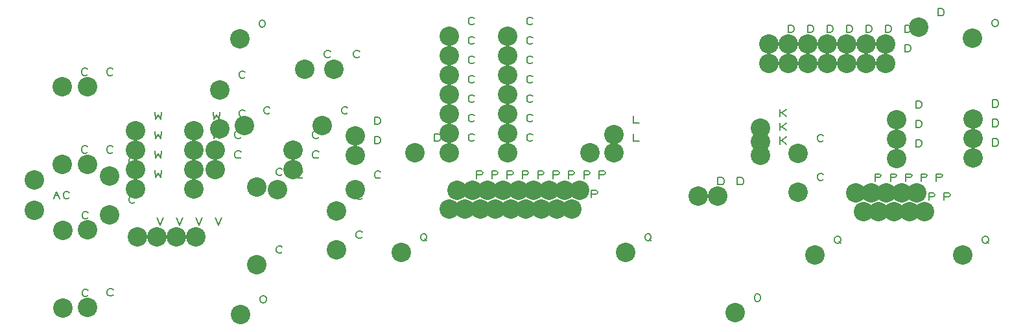
<source format=gbr>
G04 EasyPC Gerber Version 21.0.3 Build 4286 *
G04 #@! TF.Part,Single*
G04 #@! TF.FileFunction,Drillmap *
G04 #@! TF.FilePolarity,Positive *
%FSLAX35Y35*%
%MOIN*%
%ADD17C,0.00500*%
G04 #@! TA.AperFunction,WasherPad*
%ADD16C,0.10000*%
X0Y0D02*
D02*
D16*
X25250Y79896D03*
Y95421D03*
X39620Y103380D03*
Y143380D03*
X39915Y29463D03*
Y69463D03*
X52612Y103380D03*
Y143380D03*
X52809Y29758D03*
Y69758D03*
X64030Y77553D03*
Y97553D03*
X77533Y90900D03*
Y100900D03*
Y110900D03*
Y120900D03*
X78459Y66313D03*
X88459D03*
X98459D03*
X107533Y90900D03*
Y100900D03*
Y110900D03*
Y120900D03*
X108459Y66313D03*
X118537Y100742D03*
Y110978D03*
X120624Y121943D03*
Y141943D03*
X130959Y168163D03*
X131549Y26234D03*
X133400Y123478D03*
X139719Y51805D03*
Y91805D03*
X150329Y90407D03*
X158537Y100742D03*
Y110978D03*
X164522Y152514D03*
X173400Y123478D03*
X179522Y152514D03*
X180860Y59443D03*
Y79443D03*
X190329Y90407D03*
Y108104D03*
Y118104D03*
X214030Y58222D03*
X221116Y109600D03*
X238557D03*
Y119600D03*
Y129600D03*
Y139600D03*
Y149600D03*
Y159600D03*
Y169600D03*
X238833Y80467D03*
X242770Y90309D03*
X246707Y80467D03*
X250644Y90309D03*
X254581Y80467D03*
X258518Y90309D03*
X262455Y80467D03*
X266392Y90309D03*
X268557Y109600D03*
Y119600D03*
Y129600D03*
Y139600D03*
Y149600D03*
Y159600D03*
Y169600D03*
X270329Y80467D03*
X274266Y90309D03*
X278203Y80467D03*
X282140Y90309D03*
X286077Y80467D03*
X290014Y90309D03*
X293951Y80467D03*
X297888Y90309D03*
X301825Y80467D03*
X305762Y90309D03*
X311077Y109502D03*
X323281Y118852D03*
X323380Y109600D03*
X329384Y58222D03*
X366864Y87061D03*
X376864D03*
X385585Y27022D03*
X398872Y108026D03*
Y115112D03*
Y122199D03*
X402888Y155545D03*
Y165545D03*
X412888Y155545D03*
Y165545D03*
X417967Y89266D03*
Y109266D03*
X422888Y155545D03*
Y165545D03*
X426825Y56844D03*
X432888Y155545D03*
Y165545D03*
X442888Y155545D03*
Y165545D03*
X447691Y88931D03*
X451628Y79089D03*
X452888Y155545D03*
Y165545D03*
X455565Y88931D03*
X459502Y79089D03*
X462888Y155545D03*
Y165545D03*
X463439Y88931D03*
X467376Y79089D03*
X468557Y106589D03*
Y116589D03*
Y126589D03*
X471313Y88931D03*
X475250Y79089D03*
X479187Y88931D03*
X479974Y174069D03*
X483124Y79089D03*
X502809Y56844D03*
X507829Y168557D03*
X508026Y106982D03*
Y116982D03*
Y126982D03*
D02*
D17*
X35250Y85833D02*
X36813Y89583D01*
X38375Y85833*
X35875Y87396D02*
X37750D01*
X43375Y86458D02*
X43063Y86146D01*
X42437Y85833*
X41500*
X40875Y86146*
X40563Y86458*
X40250Y87083*
Y88333*
X40563Y88958*
X40875Y89271*
X41500Y89583*
X42437*
X43063Y89271*
X43375Y88958*
X35250Y101358D02*
X36813Y105108D01*
X38375Y101358*
X35875Y102921D02*
X37750D01*
X42437Y103233D02*
X43063Y102921D01*
X43375Y102296*
X43063Y101671*
X42437Y101358*
X40250*
Y105108*
X42437*
X43063Y104796*
X43375Y104171*
X43063Y103546*
X42437Y103233*
X40250*
X52745Y109943D02*
X52433Y109630D01*
X51807Y109317*
X50870*
X50245Y109630*
X49933Y109943*
X49620Y110567*
Y111817*
X49933Y112443*
X50245Y112755*
X50870Y113067*
X51807*
X52433Y112755*
X52745Y112443*
Y149943D02*
X52433Y149630D01*
X51807Y149317*
X50870*
X50245Y149630*
X49933Y149943*
X49620Y150567*
Y151817*
X49933Y152443*
X50245Y152755*
X50870Y153067*
X51807*
X52433Y152755*
X52745Y152443*
X53041Y36025D02*
X52728Y35713D01*
X52103Y35400*
X51165*
X50541Y35713*
X50228Y36025*
X49915Y36650*
Y37900*
X50228Y38525*
X50541Y38838*
X51165Y39150*
X52103*
X52728Y38838*
X53041Y38525*
Y76025D02*
X52728Y75713D01*
X52103Y75400*
X51165*
X50541Y75713*
X50228Y76025*
X49915Y76650*
Y77900*
X50228Y78525*
X50541Y78838*
X51165Y79150*
X52103*
X52728Y78838*
X53041Y78525*
X65737Y109943D02*
X65425Y109630D01*
X64800Y109317*
X63862*
X63237Y109630*
X62925Y109943*
X62612Y110567*
Y111817*
X62925Y112443*
X63237Y112755*
X63862Y113067*
X64800*
X65425Y112755*
X65737Y112443*
Y149943D02*
X65425Y149630D01*
X64800Y149317*
X63862*
X63237Y149630*
X62925Y149943*
X62612Y150567*
Y151817*
X62925Y152443*
X63237Y152755*
X63862Y153067*
X64800*
X65425Y152755*
X65737Y152443*
X65934Y36320D02*
X65622Y36008D01*
X64996Y35695*
X64059*
X63434Y36008*
X63122Y36320*
X62809Y36945*
Y38195*
X63122Y38820*
X63434Y39133*
X64059Y39445*
X64996*
X65622Y39133*
X65934Y38820*
Y76320D02*
X65622Y76008D01*
X64996Y75695*
X64059*
X63434Y76008*
X63122Y76320*
X62809Y76945*
Y78195*
X63122Y78820*
X63434Y79133*
X64059Y79445*
X64996*
X65622Y79133*
X65934Y78820*
X77155Y84116D02*
X76842Y83803D01*
X76217Y83491*
X75280*
X74655Y83803*
X74342Y84116*
X74030Y84741*
Y85991*
X74342Y86616*
X74655Y86928*
X75280Y87241*
X76217*
X76842Y86928*
X77155Y86616*
Y104116D02*
X76842Y103803D01*
X76217Y103491*
X75280*
X74655Y103803*
X74342Y104116*
X74030Y104741*
Y105991*
X74342Y106616*
X74655Y106928*
X75280Y107241*
X76217*
X76842Y106928*
X77155Y106616*
X87533Y100587D02*
X87846Y96837D01*
X89096Y98712*
X90346Y96837*
X90659Y100587*
X87533Y110587D02*
X87846Y106837D01*
X89096Y108712*
X90346Y106837*
X90659Y110587*
X87533Y120587D02*
X87846Y116837D01*
X89096Y118712*
X90346Y116837*
X90659Y120587*
X87533Y130587D02*
X87846Y126837D01*
X89096Y128712*
X90346Y126837*
X90659Y130587*
X88459Y76000D02*
X90021Y72250D01*
X91584Y76000*
X98459D02*
X100021Y72250D01*
X101584Y76000*
X108459D02*
X110021Y72250D01*
X111584Y76000*
X117533Y100587D02*
X117846Y96837D01*
X119096Y98712*
X120346Y96837*
X120659Y100587*
X117533Y110587D02*
X117846Y106837D01*
X119096Y108712*
X120346Y106837*
X120659Y110587*
X117533Y120587D02*
X117846Y116837D01*
X119096Y118712*
X120346Y116837*
X120659Y120587*
X117533Y130587D02*
X117846Y126837D01*
X119096Y128712*
X120346Y126837*
X120659Y130587*
X118459Y76000D02*
X120021Y72250D01*
X121584Y76000*
X131663Y107305D02*
X131350Y106992D01*
X130725Y106680*
X129787*
X129163Y106992*
X128850Y107305*
X128537Y107930*
Y109180*
X128850Y109805*
X129163Y110117*
X129787Y110430*
X130725*
X131350Y110117*
X131663Y109805*
Y117541D02*
X131350Y117228D01*
X130725Y116916*
X129787*
X129163Y117228*
X128850Y117541*
X128537Y118166*
Y119416*
X128850Y120041*
X129163Y120354*
X129787Y120666*
X130725*
X131350Y120354*
X131663Y120041*
X133749Y128506D02*
X133437Y128193D01*
X132811Y127880*
X131874*
X131249Y128193*
X130937Y128506*
X130624Y129130*
Y130380*
X130937Y131006*
X131249Y131318*
X131874Y131630*
X132811*
X133437Y131318*
X133749Y131006*
Y148506D02*
X133437Y148193D01*
X132811Y147880*
X131874*
X131249Y148193*
X130937Y148506*
X130624Y149130*
Y150380*
X130937Y151006*
X131249Y151318*
X131874Y151630*
X132811*
X133437Y151318*
X133749Y151006*
X140959Y175351D02*
Y176601D01*
X141271Y177226*
X141584Y177539*
X142209Y177851*
X142834*
X143459Y177539*
X143771Y177226*
X144084Y176601*
Y175351*
X143771Y174726*
X143459Y174413*
X142834Y174101*
X142209*
X141584Y174413*
X141271Y174726*
X140959Y175351*
X141549Y33422D02*
Y34672D01*
X141862Y35297*
X142174Y35609*
X142799Y35922*
X143424*
X144049Y35609*
X144362Y35297*
X144674Y34672*
Y33422*
X144362Y32797*
X144049Y32484*
X143424Y32172*
X142799*
X142174Y32484*
X141862Y32797*
X141549Y33422*
X146525Y130041D02*
X146212Y129728D01*
X145587Y129416*
X144650*
X144025Y129728*
X143712Y130041*
X143400Y130666*
Y131916*
X143712Y132541*
X144025Y132854*
X144650Y133166*
X145587*
X146212Y132854*
X146525Y132541*
X152844Y58368D02*
X152531Y58055D01*
X151906Y57743*
X150969*
X150344Y58055*
X150031Y58368*
X149719Y58993*
Y60243*
X150031Y60868*
X150344Y61180*
X150969Y61493*
X151906*
X152531Y61180*
X152844Y60868*
Y98368D02*
X152531Y98055D01*
X151906Y97743*
X150969*
X150344Y98055*
X150031Y98368*
X149719Y98993*
Y100243*
X150031Y100868*
X150344Y101180*
X150969Y101493*
X151906*
X152531Y101180*
X152844Y100868*
X163454Y96970D02*
X163141Y96657D01*
X162516Y96345*
X161579*
X160954Y96657*
X160641Y96970*
X160329Y97595*
Y98845*
X160641Y99470*
X160954Y99783*
X161579Y100095*
X162516*
X163141Y99783*
X163454Y99470*
X171663Y107305D02*
X171350Y106992D01*
X170725Y106680*
X169787*
X169163Y106992*
X168850Y107305*
X168537Y107930*
Y109180*
X168850Y109805*
X169163Y110117*
X169787Y110430*
X170725*
X171350Y110117*
X171663Y109805*
Y117541D02*
X171350Y117228D01*
X170725Y116916*
X169787*
X169163Y117228*
X168850Y117541*
X168537Y118166*
Y119416*
X168850Y120041*
X169163Y120354*
X169787Y120666*
X170725*
X171350Y120354*
X171663Y120041*
X177647Y159076D02*
X177334Y158764D01*
X176709Y158451*
X175772*
X175147Y158764*
X174834Y159076*
X174522Y159701*
Y160951*
X174834Y161576*
X175147Y161889*
X175772Y162201*
X176709*
X177334Y161889*
X177647Y161576*
X186525Y130041D02*
X186212Y129728D01*
X185587Y129416*
X184650*
X184025Y129728*
X183712Y130041*
X183400Y130666*
Y131916*
X183712Y132541*
X184025Y132854*
X184650Y133166*
X185587*
X186212Y132854*
X186525Y132541*
X192647Y159076D02*
X192334Y158764D01*
X191709Y158451*
X190772*
X190147Y158764*
X189834Y159076*
X189522Y159701*
Y160951*
X189834Y161576*
X190147Y161889*
X190772Y162201*
X191709*
X192334Y161889*
X192647Y161576*
X193985Y66006D02*
X193673Y65693D01*
X193048Y65380*
X192110*
X191485Y65693*
X191173Y66006*
X190860Y66630*
Y67880*
X191173Y68506*
X191485Y68818*
X192110Y69130*
X193048*
X193673Y68818*
X193985Y68506*
Y86006D02*
X193673Y85693D01*
X193048Y85380*
X192110*
X191485Y85693*
X191173Y86006*
X190860Y86630*
Y87880*
X191173Y88506*
X191485Y88818*
X192110Y89130*
X193048*
X193673Y88818*
X193985Y88506*
X203454Y96970D02*
X203141Y96657D01*
X202516Y96345*
X201579*
X200954Y96657*
X200641Y96970*
X200329Y97595*
Y98845*
X200641Y99470*
X200954Y99783*
X201579Y100095*
X202516*
X203141Y99783*
X203454Y99470*
X200329Y114042D02*
Y117792D01*
X202204*
X202829Y117480*
X203141Y117167*
X203454Y116542*
Y115292*
X203141Y114667*
X202829Y114354*
X202204Y114042*
X200329*
Y124042D02*
Y127792D01*
X202204*
X202829Y127480*
X203141Y127167*
X203454Y126542*
Y125292*
X203141Y124667*
X202829Y124354*
X202204Y124042*
X200329*
X224030Y65410D02*
Y66660D01*
X224342Y67285*
X224655Y67598*
X225280Y67910*
X225905*
X226530Y67598*
X226842Y67285*
X227155Y66660*
Y65410*
X226842Y64785*
X226530Y64472*
X225905Y64160*
X225280*
X224655Y64472*
X224342Y64785*
X224030Y65410*
X226217Y65098D02*
X227155Y64160D01*
X231116Y115538D02*
Y119288D01*
X232991*
X233616Y118976*
X233929Y118663*
X234241Y118038*
Y116788*
X233929Y116163*
X233616Y115850*
X232991Y115538*
X231116*
X251682Y116163D02*
X251370Y115850D01*
X250744Y115538*
X249807*
X249182Y115850*
X248870Y116163*
X248557Y116788*
Y118038*
X248870Y118663*
X249182Y118976*
X249807Y119288*
X250744*
X251370Y118976*
X251682Y118663*
Y126163D02*
X251370Y125850D01*
X250744Y125538*
X249807*
X249182Y125850*
X248870Y126163*
X248557Y126788*
Y128038*
X248870Y128663*
X249182Y128976*
X249807Y129288*
X250744*
X251370Y128976*
X251682Y128663*
Y136163D02*
X251370Y135850D01*
X250744Y135538*
X249807*
X249182Y135850*
X248870Y136163*
X248557Y136788*
Y138038*
X248870Y138663*
X249182Y138976*
X249807Y139288*
X250744*
X251370Y138976*
X251682Y138663*
Y146163D02*
X251370Y145850D01*
X250744Y145538*
X249807*
X249182Y145850*
X248870Y146163*
X248557Y146788*
Y148038*
X248870Y148663*
X249182Y148976*
X249807Y149288*
X250744*
X251370Y148976*
X251682Y148663*
Y156163D02*
X251370Y155850D01*
X250744Y155538*
X249807*
X249182Y155850*
X248870Y156163*
X248557Y156788*
Y158038*
X248870Y158663*
X249182Y158976*
X249807Y159288*
X250744*
X251370Y158976*
X251682Y158663*
Y166163D02*
X251370Y165850D01*
X250744Y165538*
X249807*
X249182Y165850*
X248870Y166163*
X248557Y166788*
Y168038*
X248870Y168663*
X249182Y168976*
X249807Y169288*
X250744*
X251370Y168976*
X251682Y168663*
Y176163D02*
X251370Y175850D01*
X250744Y175538*
X249807*
X249182Y175850*
X248870Y176163*
X248557Y176788*
Y178038*
X248870Y178663*
X249182Y178976*
X249807Y179288*
X250744*
X251370Y178976*
X251682Y178663*
X248833Y86404D02*
Y90154D01*
X251020*
X251645Y89842*
X251958Y89217*
X251645Y88592*
X251020Y88279*
X248833*
X252770Y96246D02*
Y99996D01*
X254957*
X255582Y99684*
X255895Y99059*
X255582Y98434*
X254957Y98122*
X252770*
X256707Y86404D02*
Y90154D01*
X258894*
X259519Y89842*
X259832Y89217*
X259519Y88592*
X258894Y88279*
X256707*
X260644Y96246D02*
Y99996D01*
X262831*
X263456Y99684*
X263769Y99059*
X263456Y98434*
X262831Y98122*
X260644*
X264581Y86404D02*
Y90154D01*
X266768*
X267393Y89842*
X267706Y89217*
X267393Y88592*
X266768Y88279*
X264581*
X268518Y96246D02*
Y99996D01*
X270705*
X271330Y99684*
X271643Y99059*
X271330Y98434*
X270705Y98122*
X268518*
X272455Y86404D02*
Y90154D01*
X274642*
X275267Y89842*
X275580Y89217*
X275267Y88592*
X274642Y88279*
X272455*
X276392Y96246D02*
Y99996D01*
X278579*
X279204Y99684*
X279517Y99059*
X279204Y98434*
X278579Y98122*
X276392*
X281682Y116163D02*
X281370Y115850D01*
X280744Y115538*
X279807*
X279182Y115850*
X278870Y116163*
X278557Y116788*
Y118038*
X278870Y118663*
X279182Y118976*
X279807Y119288*
X280744*
X281370Y118976*
X281682Y118663*
Y126163D02*
X281370Y125850D01*
X280744Y125538*
X279807*
X279182Y125850*
X278870Y126163*
X278557Y126788*
Y128038*
X278870Y128663*
X279182Y128976*
X279807Y129288*
X280744*
X281370Y128976*
X281682Y128663*
Y136163D02*
X281370Y135850D01*
X280744Y135538*
X279807*
X279182Y135850*
X278870Y136163*
X278557Y136788*
Y138038*
X278870Y138663*
X279182Y138976*
X279807Y139288*
X280744*
X281370Y138976*
X281682Y138663*
Y146163D02*
X281370Y145850D01*
X280744Y145538*
X279807*
X279182Y145850*
X278870Y146163*
X278557Y146788*
Y148038*
X278870Y148663*
X279182Y148976*
X279807Y149288*
X280744*
X281370Y148976*
X281682Y148663*
Y156163D02*
X281370Y155850D01*
X280744Y155538*
X279807*
X279182Y155850*
X278870Y156163*
X278557Y156788*
Y158038*
X278870Y158663*
X279182Y158976*
X279807Y159288*
X280744*
X281370Y158976*
X281682Y158663*
Y166163D02*
X281370Y165850D01*
X280744Y165538*
X279807*
X279182Y165850*
X278870Y166163*
X278557Y166788*
Y168038*
X278870Y168663*
X279182Y168976*
X279807Y169288*
X280744*
X281370Y168976*
X281682Y168663*
Y176163D02*
X281370Y175850D01*
X280744Y175538*
X279807*
X279182Y175850*
X278870Y176163*
X278557Y176788*
Y178038*
X278870Y178663*
X279182Y178976*
X279807Y179288*
X280744*
X281370Y178976*
X281682Y178663*
X280329Y86404D02*
Y90154D01*
X282516*
X283141Y89842*
X283454Y89217*
X283141Y88592*
X282516Y88279*
X280329*
X284266Y96246D02*
Y99996D01*
X286453*
X287078Y99684*
X287391Y99059*
X287078Y98434*
X286453Y98122*
X284266*
X288203Y86404D02*
Y90154D01*
X290390*
X291015Y89842*
X291328Y89217*
X291015Y88592*
X290390Y88279*
X288203*
X292140Y96246D02*
Y99996D01*
X294327*
X294952Y99684*
X295265Y99059*
X294952Y98434*
X294327Y98122*
X292140*
X296077Y86404D02*
Y90154D01*
X298264*
X298889Y89842*
X299202Y89217*
X298889Y88592*
X298264Y88279*
X296077*
X300014Y96246D02*
Y99996D01*
X302201*
X302826Y99684*
X303139Y99059*
X302826Y98434*
X302201Y98122*
X300014*
X303951Y86404D02*
Y90154D01*
X306138*
X306763Y89842*
X307076Y89217*
X306763Y88592*
X306138Y88279*
X303951*
X307888Y96246D02*
Y99996D01*
X310075*
X310700Y99684*
X311013Y99059*
X310700Y98434*
X310075Y98122*
X307888*
X311825Y86404D02*
Y90154D01*
X314012*
X314637Y89842*
X314950Y89217*
X314637Y88592*
X314012Y88279*
X311825*
X315762Y96246D02*
Y99996D01*
X317949*
X318574Y99684*
X318887Y99059*
X318574Y98434*
X317949Y98122*
X315762*
X321077Y119189D02*
Y115439D01*
X324202*
X333281Y128540D02*
Y124790D01*
X336407*
X333380Y119288D02*
Y115538D01*
X336505*
X339384Y65410D02*
Y66660D01*
X339696Y67285*
X340009Y67598*
X340634Y67910*
X341259*
X341884Y67598*
X342196Y67285*
X342509Y66660*
Y65410*
X342196Y64785*
X341884Y64472*
X341259Y64160*
X340634*
X340009Y64472*
X339696Y64785*
X339384Y65410*
X341571Y65098D02*
X342509Y64160D01*
X376864Y92998D02*
Y96748D01*
X378739*
X379364Y96436*
X379677Y96124*
X379989Y95498*
Y94248*
X379677Y93624*
X379364Y93311*
X378739Y92998*
X376864*
X386864D02*
Y96748D01*
X388739*
X389364Y96436*
X389677Y96124*
X389989Y95498*
Y94248*
X389677Y93624*
X389364Y93311*
X388739Y92998*
X386864*
X395585Y34209D02*
Y35459D01*
X395897Y36084*
X396210Y36397*
X396835Y36709*
X397460*
X398085Y36397*
X398397Y36084*
X398710Y35459*
Y34209*
X398397Y33584*
X398085Y33272*
X397460Y32959*
X396835*
X396210Y33272*
X395897Y33584*
X395585Y34209*
X408872Y113963D02*
Y117713D01*
Y115838D02*
X409809D01*
X411997Y117713*
X409809Y115838D02*
X411997Y113963D01*
X408872Y121050D02*
Y124800D01*
Y122925D02*
X409809D01*
X411997Y124800*
X409809Y122925D02*
X411997Y121050D01*
X408872Y128136D02*
Y131886D01*
Y130011D02*
X409809D01*
X411997Y131886*
X409809Y130011D02*
X411997Y128136D01*
X412888Y161483D02*
Y165233D01*
X414763*
X415388Y164920*
X415700Y164608*
X416013Y163983*
Y162733*
X415700Y162108*
X415388Y161795*
X414763Y161483*
X412888*
Y171483D02*
Y175233D01*
X414763*
X415388Y174920*
X415700Y174608*
X416013Y173983*
Y172733*
X415700Y172108*
X415388Y171795*
X414763Y171483*
X412888*
X422888Y161483D02*
Y165233D01*
X424763*
X425388Y164920*
X425700Y164608*
X426013Y163983*
Y162733*
X425700Y162108*
X425388Y161795*
X424763Y161483*
X422888*
Y171483D02*
Y175233D01*
X424763*
X425388Y174920*
X425700Y174608*
X426013Y173983*
Y172733*
X425700Y172108*
X425388Y171795*
X424763Y171483*
X422888*
X431092Y95828D02*
X430779Y95516D01*
X430154Y95203*
X429217*
X428592Y95516*
X428279Y95828*
X427967Y96453*
Y97703*
X428279Y98328*
X428592Y98641*
X429217Y98953*
X430154*
X430779Y98641*
X431092Y98328*
Y115828D02*
X430779Y115516D01*
X430154Y115203*
X429217*
X428592Y115516*
X428279Y115828*
X427967Y116453*
Y117703*
X428279Y118328*
X428592Y118641*
X429217Y118953*
X430154*
X430779Y118641*
X431092Y118328*
X432888Y161483D02*
Y165233D01*
X434763*
X435388Y164920*
X435700Y164608*
X436013Y163983*
Y162733*
X435700Y162108*
X435388Y161795*
X434763Y161483*
X432888*
Y171483D02*
Y175233D01*
X434763*
X435388Y174920*
X435700Y174608*
X436013Y173983*
Y172733*
X435700Y172108*
X435388Y171795*
X434763Y171483*
X432888*
X436825Y64032D02*
Y65282D01*
X437137Y65907*
X437450Y66220*
X438075Y66532*
X438700*
X439325Y66220*
X439637Y65907*
X439950Y65282*
Y64032*
X439637Y63407*
X439325Y63094*
X438700Y62782*
X438075*
X437450Y63094*
X437137Y63407*
X436825Y64032*
X439012Y63720D02*
X439950Y62782D01*
X442888Y161483D02*
Y165233D01*
X444763*
X445388Y164920*
X445700Y164608*
X446013Y163983*
Y162733*
X445700Y162108*
X445388Y161795*
X444763Y161483*
X442888*
Y171483D02*
Y175233D01*
X444763*
X445388Y174920*
X445700Y174608*
X446013Y173983*
Y172733*
X445700Y172108*
X445388Y171795*
X444763Y171483*
X442888*
X452888Y161483D02*
Y165233D01*
X454763*
X455388Y164920*
X455700Y164608*
X456013Y163983*
Y162733*
X455700Y162108*
X455388Y161795*
X454763Y161483*
X452888*
Y171483D02*
Y175233D01*
X454763*
X455388Y174920*
X455700Y174608*
X456013Y173983*
Y172733*
X455700Y172108*
X455388Y171795*
X454763Y171483*
X452888*
X457691Y94869D02*
Y98619D01*
X459878*
X460504Y98306*
X460816Y97681*
X460504Y97056*
X459878Y96744*
X457691*
X461628Y85026D02*
Y88776D01*
X463815*
X464441Y88464*
X464753Y87839*
X464441Y87214*
X463815Y86901*
X461628*
X462888Y161483D02*
Y165233D01*
X464763*
X465388Y164920*
X465700Y164608*
X466013Y163983*
Y162733*
X465700Y162108*
X465388Y161795*
X464763Y161483*
X462888*
Y171483D02*
Y175233D01*
X464763*
X465388Y174920*
X465700Y174608*
X466013Y173983*
Y172733*
X465700Y172108*
X465388Y171795*
X464763Y171483*
X462888*
X465565Y94869D02*
Y98619D01*
X467752*
X468378Y98306*
X468690Y97681*
X468378Y97056*
X467752Y96744*
X465565*
X469502Y85026D02*
Y88776D01*
X471689*
X472315Y88464*
X472627Y87839*
X472315Y87214*
X471689Y86901*
X469502*
X472888Y161483D02*
Y165233D01*
X474763*
X475388Y164920*
X475700Y164608*
X476013Y163983*
Y162733*
X475700Y162108*
X475388Y161795*
X474763Y161483*
X472888*
Y171483D02*
Y175233D01*
X474763*
X475388Y174920*
X475700Y174608*
X476013Y173983*
Y172733*
X475700Y172108*
X475388Y171795*
X474763Y171483*
X472888*
X473439Y94869D02*
Y98619D01*
X475626*
X476252Y98306*
X476564Y97681*
X476252Y97056*
X475626Y96744*
X473439*
X477376Y85026D02*
Y88776D01*
X479563*
X480189Y88464*
X480501Y87839*
X480189Y87214*
X479563Y86901*
X477376*
X478557Y112526D02*
Y116276D01*
X480432*
X481057Y115964*
X481370Y115651*
X481682Y115026*
Y113776*
X481370Y113151*
X481057Y112839*
X480432Y112526*
X478557*
Y122526D02*
Y126276D01*
X480432*
X481057Y125964*
X481370Y125651*
X481682Y125026*
Y123776*
X481370Y123151*
X481057Y122839*
X480432Y122526*
X478557*
Y132526D02*
Y136276D01*
X480432*
X481057Y135964*
X481370Y135651*
X481682Y135026*
Y133776*
X481370Y133151*
X481057Y132839*
X480432Y132526*
X478557*
X481313Y94869D02*
Y98619D01*
X483500*
X484126Y98306*
X484438Y97681*
X484126Y97056*
X483500Y96744*
X481313*
X485250Y85026D02*
Y88776D01*
X487437*
X488063Y88464*
X488375Y87839*
X488063Y87214*
X487437Y86901*
X485250*
X489187Y94869D02*
Y98619D01*
X491374*
X492000Y98306*
X492312Y97681*
X492000Y97056*
X491374Y96744*
X489187*
X489974Y180006D02*
Y183756D01*
X491850*
X492474Y183444*
X492787Y183131*
X493100Y182506*
Y181256*
X492787Y180631*
X492474Y180319*
X491850Y180006*
X489974*
X493124Y85026D02*
Y88776D01*
X495311*
X495937Y88464*
X496249Y87839*
X495937Y87214*
X495311Y86901*
X493124*
X512809Y64032D02*
Y65282D01*
X513122Y65907*
X513434Y66220*
X514059Y66532*
X514684*
X515309Y66220*
X515622Y65907*
X515934Y65282*
Y64032*
X515622Y63407*
X515309Y63094*
X514684Y62782*
X514059*
X513434Y63094*
X513122Y63407*
X512809Y64032*
X514996Y63720D02*
X515934Y62782D01*
X517829Y175744D02*
Y176994D01*
X518141Y177620*
X518454Y177932*
X519079Y178244*
X519704*
X520329Y177932*
X520641Y177620*
X520954Y176994*
Y175744*
X520641Y175120*
X520329Y174807*
X519704Y174494*
X519079*
X518454Y174807*
X518141Y175120*
X517829Y175744*
X518026Y112920D02*
Y116670D01*
X519901*
X520526Y116357*
X520838Y116045*
X521151Y115420*
Y114170*
X520838Y113545*
X520526Y113232*
X519901Y112920*
X518026*
Y122920D02*
Y126670D01*
X519901*
X520526Y126357*
X520838Y126045*
X521151Y125420*
Y124170*
X520838Y123545*
X520526Y123232*
X519901Y122920*
X518026*
Y132920D02*
Y136670D01*
X519901*
X520526Y136357*
X520838Y136045*
X521151Y135420*
Y134170*
X520838Y133545*
X520526Y133232*
X519901Y132920*
X518026*
X0Y0D02*
M02*

</source>
